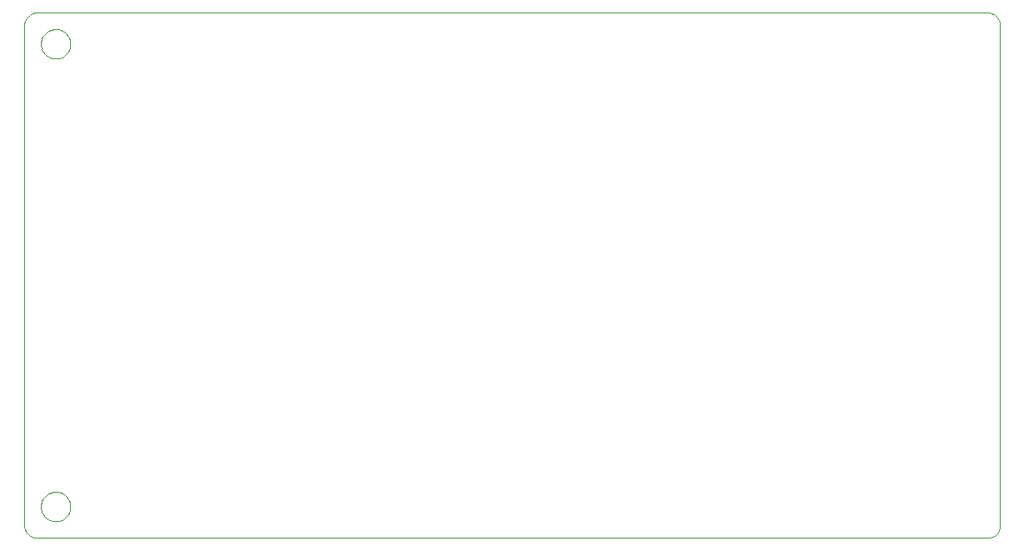
<source format=gbp>
G75*
G70*
%OFA0B0*%
%FSLAX24Y24*%
%IPPOS*%
%LPD*%
%AMOC8*
5,1,8,0,0,1.08239X$1,22.5*
%
%ADD10C,0.0000*%
D10*
X001675Y001175D02*
X039675Y001175D01*
X039719Y001177D01*
X039762Y001183D01*
X039804Y001192D01*
X039846Y001205D01*
X039886Y001222D01*
X039925Y001242D01*
X039962Y001265D01*
X039996Y001292D01*
X040029Y001321D01*
X040058Y001354D01*
X040085Y001388D01*
X040108Y001425D01*
X040128Y001464D01*
X040145Y001504D01*
X040158Y001546D01*
X040167Y001588D01*
X040173Y001631D01*
X040175Y001675D01*
X040175Y021675D01*
X040173Y021719D01*
X040167Y021762D01*
X040158Y021804D01*
X040145Y021846D01*
X040128Y021886D01*
X040108Y021925D01*
X040085Y021962D01*
X040058Y021996D01*
X040029Y022029D01*
X039996Y022058D01*
X039962Y022085D01*
X039925Y022108D01*
X039886Y022128D01*
X039846Y022145D01*
X039804Y022158D01*
X039762Y022167D01*
X039719Y022173D01*
X039675Y022175D01*
X001675Y022175D01*
X001631Y022173D01*
X001588Y022167D01*
X001546Y022158D01*
X001504Y022145D01*
X001464Y022128D01*
X001425Y022108D01*
X001388Y022085D01*
X001354Y022058D01*
X001321Y022029D01*
X001292Y021996D01*
X001265Y021962D01*
X001242Y021925D01*
X001222Y021886D01*
X001205Y021846D01*
X001192Y021804D01*
X001183Y021762D01*
X001177Y021719D01*
X001175Y021675D01*
X001175Y001675D01*
X001177Y001631D01*
X001183Y001588D01*
X001192Y001546D01*
X001205Y001504D01*
X001222Y001464D01*
X001242Y001425D01*
X001265Y001388D01*
X001292Y001354D01*
X001321Y001321D01*
X001354Y001292D01*
X001388Y001265D01*
X001425Y001242D01*
X001464Y001222D01*
X001504Y001205D01*
X001546Y001192D01*
X001588Y001183D01*
X001631Y001177D01*
X001675Y001175D01*
X001834Y002425D02*
X001836Y002473D01*
X001842Y002521D01*
X001852Y002568D01*
X001865Y002614D01*
X001883Y002659D01*
X001903Y002703D01*
X001928Y002745D01*
X001956Y002784D01*
X001986Y002821D01*
X002020Y002855D01*
X002057Y002887D01*
X002095Y002916D01*
X002136Y002941D01*
X002179Y002963D01*
X002224Y002981D01*
X002270Y002995D01*
X002317Y003006D01*
X002365Y003013D01*
X002413Y003016D01*
X002461Y003015D01*
X002509Y003010D01*
X002557Y003001D01*
X002603Y002989D01*
X002648Y002972D01*
X002692Y002952D01*
X002734Y002929D01*
X002774Y002902D01*
X002812Y002872D01*
X002847Y002839D01*
X002879Y002803D01*
X002909Y002765D01*
X002935Y002724D01*
X002957Y002681D01*
X002977Y002637D01*
X002992Y002592D01*
X003004Y002545D01*
X003012Y002497D01*
X003016Y002449D01*
X003016Y002401D01*
X003012Y002353D01*
X003004Y002305D01*
X002992Y002258D01*
X002977Y002213D01*
X002957Y002169D01*
X002935Y002126D01*
X002909Y002085D01*
X002879Y002047D01*
X002847Y002011D01*
X002812Y001978D01*
X002774Y001948D01*
X002734Y001921D01*
X002692Y001898D01*
X002648Y001878D01*
X002603Y001861D01*
X002557Y001849D01*
X002509Y001840D01*
X002461Y001835D01*
X002413Y001834D01*
X002365Y001837D01*
X002317Y001844D01*
X002270Y001855D01*
X002224Y001869D01*
X002179Y001887D01*
X002136Y001909D01*
X002095Y001934D01*
X002057Y001963D01*
X002020Y001995D01*
X001986Y002029D01*
X001956Y002066D01*
X001928Y002105D01*
X001903Y002147D01*
X001883Y002191D01*
X001865Y002236D01*
X001852Y002282D01*
X001842Y002329D01*
X001836Y002377D01*
X001834Y002425D01*
X001834Y020925D02*
X001836Y020973D01*
X001842Y021021D01*
X001852Y021068D01*
X001865Y021114D01*
X001883Y021159D01*
X001903Y021203D01*
X001928Y021245D01*
X001956Y021284D01*
X001986Y021321D01*
X002020Y021355D01*
X002057Y021387D01*
X002095Y021416D01*
X002136Y021441D01*
X002179Y021463D01*
X002224Y021481D01*
X002270Y021495D01*
X002317Y021506D01*
X002365Y021513D01*
X002413Y021516D01*
X002461Y021515D01*
X002509Y021510D01*
X002557Y021501D01*
X002603Y021489D01*
X002648Y021472D01*
X002692Y021452D01*
X002734Y021429D01*
X002774Y021402D01*
X002812Y021372D01*
X002847Y021339D01*
X002879Y021303D01*
X002909Y021265D01*
X002935Y021224D01*
X002957Y021181D01*
X002977Y021137D01*
X002992Y021092D01*
X003004Y021045D01*
X003012Y020997D01*
X003016Y020949D01*
X003016Y020901D01*
X003012Y020853D01*
X003004Y020805D01*
X002992Y020758D01*
X002977Y020713D01*
X002957Y020669D01*
X002935Y020626D01*
X002909Y020585D01*
X002879Y020547D01*
X002847Y020511D01*
X002812Y020478D01*
X002774Y020448D01*
X002734Y020421D01*
X002692Y020398D01*
X002648Y020378D01*
X002603Y020361D01*
X002557Y020349D01*
X002509Y020340D01*
X002461Y020335D01*
X002413Y020334D01*
X002365Y020337D01*
X002317Y020344D01*
X002270Y020355D01*
X002224Y020369D01*
X002179Y020387D01*
X002136Y020409D01*
X002095Y020434D01*
X002057Y020463D01*
X002020Y020495D01*
X001986Y020529D01*
X001956Y020566D01*
X001928Y020605D01*
X001903Y020647D01*
X001883Y020691D01*
X001865Y020736D01*
X001852Y020782D01*
X001842Y020829D01*
X001836Y020877D01*
X001834Y020925D01*
M02*

</source>
